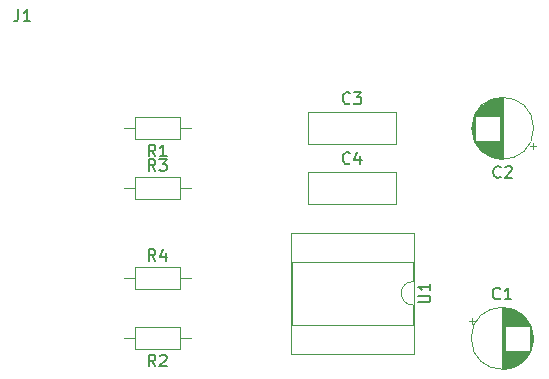
<source format=gbr>
G04 #@! TF.GenerationSoftware,KiCad,Pcbnew,5.1.5+dfsg1-2build2*
G04 #@! TF.CreationDate,2021-05-15T15:28:44-07:00*
G04 #@! TF.ProjectId,preamp-board-v5,70726561-6d70-42d6-926f-6172642d7635,rev?*
G04 #@! TF.SameCoordinates,Original*
G04 #@! TF.FileFunction,Legend,Top*
G04 #@! TF.FilePolarity,Positive*
%FSLAX46Y46*%
G04 Gerber Fmt 4.6, Leading zero omitted, Abs format (unit mm)*
G04 Created by KiCad (PCBNEW 5.1.5+dfsg1-2build2) date 2021-05-15 15:28:44*
%MOMM*%
%LPD*%
G04 APERTURE LIST*
%ADD10C,0.120000*%
%ADD11C,0.150000*%
G04 APERTURE END LIST*
D10*
X683320000Y640715000D02*
G75*
G03X683320000Y640715000I-2620000J0D01*
G01*
X680700000Y643295000D02*
X680700000Y638135000D01*
X680740000Y643295000D02*
X680740000Y638135000D01*
X680780000Y643294000D02*
X680780000Y638136000D01*
X680820000Y643293000D02*
X680820000Y638137000D01*
X680860000Y643291000D02*
X680860000Y638139000D01*
X680900000Y643288000D02*
X680900000Y638142000D01*
X680940000Y643284000D02*
X680940000Y641755000D01*
X680940000Y639675000D02*
X680940000Y638146000D01*
X680980000Y643280000D02*
X680980000Y641755000D01*
X680980000Y639675000D02*
X680980000Y638150000D01*
X681020000Y643276000D02*
X681020000Y641755000D01*
X681020000Y639675000D02*
X681020000Y638154000D01*
X681060000Y643271000D02*
X681060000Y641755000D01*
X681060000Y639675000D02*
X681060000Y638159000D01*
X681100000Y643265000D02*
X681100000Y641755000D01*
X681100000Y639675000D02*
X681100000Y638165000D01*
X681140000Y643258000D02*
X681140000Y641755000D01*
X681140000Y639675000D02*
X681140000Y638172000D01*
X681180000Y643251000D02*
X681180000Y641755000D01*
X681180000Y639675000D02*
X681180000Y638179000D01*
X681220000Y643243000D02*
X681220000Y641755000D01*
X681220000Y639675000D02*
X681220000Y638187000D01*
X681260000Y643235000D02*
X681260000Y641755000D01*
X681260000Y639675000D02*
X681260000Y638195000D01*
X681300000Y643226000D02*
X681300000Y641755000D01*
X681300000Y639675000D02*
X681300000Y638204000D01*
X681340000Y643216000D02*
X681340000Y641755000D01*
X681340000Y639675000D02*
X681340000Y638214000D01*
X681380000Y643206000D02*
X681380000Y641755000D01*
X681380000Y639675000D02*
X681380000Y638224000D01*
X681421000Y643195000D02*
X681421000Y641755000D01*
X681421000Y639675000D02*
X681421000Y638235000D01*
X681461000Y643183000D02*
X681461000Y641755000D01*
X681461000Y639675000D02*
X681461000Y638247000D01*
X681501000Y643170000D02*
X681501000Y641755000D01*
X681501000Y639675000D02*
X681501000Y638260000D01*
X681541000Y643157000D02*
X681541000Y641755000D01*
X681541000Y639675000D02*
X681541000Y638273000D01*
X681581000Y643143000D02*
X681581000Y641755000D01*
X681581000Y639675000D02*
X681581000Y638287000D01*
X681621000Y643129000D02*
X681621000Y641755000D01*
X681621000Y639675000D02*
X681621000Y638301000D01*
X681661000Y643113000D02*
X681661000Y641755000D01*
X681661000Y639675000D02*
X681661000Y638317000D01*
X681701000Y643097000D02*
X681701000Y641755000D01*
X681701000Y639675000D02*
X681701000Y638333000D01*
X681741000Y643080000D02*
X681741000Y641755000D01*
X681741000Y639675000D02*
X681741000Y638350000D01*
X681781000Y643063000D02*
X681781000Y641755000D01*
X681781000Y639675000D02*
X681781000Y638367000D01*
X681821000Y643044000D02*
X681821000Y641755000D01*
X681821000Y639675000D02*
X681821000Y638386000D01*
X681861000Y643025000D02*
X681861000Y641755000D01*
X681861000Y639675000D02*
X681861000Y638405000D01*
X681901000Y643005000D02*
X681901000Y641755000D01*
X681901000Y639675000D02*
X681901000Y638425000D01*
X681941000Y642983000D02*
X681941000Y641755000D01*
X681941000Y639675000D02*
X681941000Y638447000D01*
X681981000Y642962000D02*
X681981000Y641755000D01*
X681981000Y639675000D02*
X681981000Y638468000D01*
X682021000Y642939000D02*
X682021000Y641755000D01*
X682021000Y639675000D02*
X682021000Y638491000D01*
X682061000Y642915000D02*
X682061000Y641755000D01*
X682061000Y639675000D02*
X682061000Y638515000D01*
X682101000Y642890000D02*
X682101000Y641755000D01*
X682101000Y639675000D02*
X682101000Y638540000D01*
X682141000Y642864000D02*
X682141000Y641755000D01*
X682141000Y639675000D02*
X682141000Y638566000D01*
X682181000Y642837000D02*
X682181000Y641755000D01*
X682181000Y639675000D02*
X682181000Y638593000D01*
X682221000Y642810000D02*
X682221000Y641755000D01*
X682221000Y639675000D02*
X682221000Y638620000D01*
X682261000Y642780000D02*
X682261000Y641755000D01*
X682261000Y639675000D02*
X682261000Y638650000D01*
X682301000Y642750000D02*
X682301000Y641755000D01*
X682301000Y639675000D02*
X682301000Y638680000D01*
X682341000Y642719000D02*
X682341000Y641755000D01*
X682341000Y639675000D02*
X682341000Y638711000D01*
X682381000Y642686000D02*
X682381000Y641755000D01*
X682381000Y639675000D02*
X682381000Y638744000D01*
X682421000Y642652000D02*
X682421000Y641755000D01*
X682421000Y639675000D02*
X682421000Y638778000D01*
X682461000Y642616000D02*
X682461000Y641755000D01*
X682461000Y639675000D02*
X682461000Y638814000D01*
X682501000Y642579000D02*
X682501000Y641755000D01*
X682501000Y639675000D02*
X682501000Y638851000D01*
X682541000Y642541000D02*
X682541000Y641755000D01*
X682541000Y639675000D02*
X682541000Y638889000D01*
X682581000Y642500000D02*
X682581000Y641755000D01*
X682581000Y639675000D02*
X682581000Y638930000D01*
X682621000Y642458000D02*
X682621000Y641755000D01*
X682621000Y639675000D02*
X682621000Y638972000D01*
X682661000Y642414000D02*
X682661000Y641755000D01*
X682661000Y639675000D02*
X682661000Y639016000D01*
X682701000Y642368000D02*
X682701000Y641755000D01*
X682701000Y639675000D02*
X682701000Y639062000D01*
X682741000Y642320000D02*
X682741000Y641755000D01*
X682741000Y639675000D02*
X682741000Y639110000D01*
X682781000Y642269000D02*
X682781000Y641755000D01*
X682781000Y639675000D02*
X682781000Y639161000D01*
X682821000Y642215000D02*
X682821000Y641755000D01*
X682821000Y639675000D02*
X682821000Y639215000D01*
X682861000Y642158000D02*
X682861000Y641755000D01*
X682861000Y639675000D02*
X682861000Y639272000D01*
X682901000Y642098000D02*
X682901000Y641755000D01*
X682901000Y639675000D02*
X682901000Y639332000D01*
X682941000Y642034000D02*
X682941000Y641755000D01*
X682941000Y639675000D02*
X682941000Y639396000D01*
X682981000Y641966000D02*
X682981000Y641755000D01*
X682981000Y639675000D02*
X682981000Y639464000D01*
X683021000Y641893000D02*
X683021000Y639537000D01*
X683061000Y641813000D02*
X683061000Y639617000D01*
X683101000Y641726000D02*
X683101000Y639704000D01*
X683141000Y641630000D02*
X683141000Y639800000D01*
X683181000Y641520000D02*
X683181000Y639910000D01*
X683221000Y641392000D02*
X683221000Y640038000D01*
X683261000Y641233000D02*
X683261000Y640197000D01*
X683301000Y640999000D02*
X683301000Y640431000D01*
X677895225Y642190000D02*
X678395225Y642190000D01*
X678145225Y642440000D02*
X678145225Y641940000D01*
X683294775Y656770000D02*
X683294775Y657270000D01*
X683544775Y657020000D02*
X683044775Y657020000D01*
X678139000Y658211000D02*
X678139000Y658779000D01*
X678179000Y657977000D02*
X678179000Y659013000D01*
X678219000Y657818000D02*
X678219000Y659172000D01*
X678259000Y657690000D02*
X678259000Y659300000D01*
X678299000Y657580000D02*
X678299000Y659410000D01*
X678339000Y657484000D02*
X678339000Y659506000D01*
X678379000Y657397000D02*
X678379000Y659593000D01*
X678419000Y657317000D02*
X678419000Y659673000D01*
X678459000Y659535000D02*
X678459000Y659746000D01*
X678459000Y657244000D02*
X678459000Y657455000D01*
X678499000Y659535000D02*
X678499000Y659814000D01*
X678499000Y657176000D02*
X678499000Y657455000D01*
X678539000Y659535000D02*
X678539000Y659878000D01*
X678539000Y657112000D02*
X678539000Y657455000D01*
X678579000Y659535000D02*
X678579000Y659938000D01*
X678579000Y657052000D02*
X678579000Y657455000D01*
X678619000Y659535000D02*
X678619000Y659995000D01*
X678619000Y656995000D02*
X678619000Y657455000D01*
X678659000Y659535000D02*
X678659000Y660049000D01*
X678659000Y656941000D02*
X678659000Y657455000D01*
X678699000Y659535000D02*
X678699000Y660100000D01*
X678699000Y656890000D02*
X678699000Y657455000D01*
X678739000Y659535000D02*
X678739000Y660148000D01*
X678739000Y656842000D02*
X678739000Y657455000D01*
X678779000Y659535000D02*
X678779000Y660194000D01*
X678779000Y656796000D02*
X678779000Y657455000D01*
X678819000Y659535000D02*
X678819000Y660238000D01*
X678819000Y656752000D02*
X678819000Y657455000D01*
X678859000Y659535000D02*
X678859000Y660280000D01*
X678859000Y656710000D02*
X678859000Y657455000D01*
X678899000Y659535000D02*
X678899000Y660321000D01*
X678899000Y656669000D02*
X678899000Y657455000D01*
X678939000Y659535000D02*
X678939000Y660359000D01*
X678939000Y656631000D02*
X678939000Y657455000D01*
X678979000Y659535000D02*
X678979000Y660396000D01*
X678979000Y656594000D02*
X678979000Y657455000D01*
X679019000Y659535000D02*
X679019000Y660432000D01*
X679019000Y656558000D02*
X679019000Y657455000D01*
X679059000Y659535000D02*
X679059000Y660466000D01*
X679059000Y656524000D02*
X679059000Y657455000D01*
X679099000Y659535000D02*
X679099000Y660499000D01*
X679099000Y656491000D02*
X679099000Y657455000D01*
X679139000Y659535000D02*
X679139000Y660530000D01*
X679139000Y656460000D02*
X679139000Y657455000D01*
X679179000Y659535000D02*
X679179000Y660560000D01*
X679179000Y656430000D02*
X679179000Y657455000D01*
X679219000Y659535000D02*
X679219000Y660590000D01*
X679219000Y656400000D02*
X679219000Y657455000D01*
X679259000Y659535000D02*
X679259000Y660617000D01*
X679259000Y656373000D02*
X679259000Y657455000D01*
X679299000Y659535000D02*
X679299000Y660644000D01*
X679299000Y656346000D02*
X679299000Y657455000D01*
X679339000Y659535000D02*
X679339000Y660670000D01*
X679339000Y656320000D02*
X679339000Y657455000D01*
X679379000Y659535000D02*
X679379000Y660695000D01*
X679379000Y656295000D02*
X679379000Y657455000D01*
X679419000Y659535000D02*
X679419000Y660719000D01*
X679419000Y656271000D02*
X679419000Y657455000D01*
X679459000Y659535000D02*
X679459000Y660742000D01*
X679459000Y656248000D02*
X679459000Y657455000D01*
X679499000Y659535000D02*
X679499000Y660763000D01*
X679499000Y656227000D02*
X679499000Y657455000D01*
X679539000Y659535000D02*
X679539000Y660785000D01*
X679539000Y656205000D02*
X679539000Y657455000D01*
X679579000Y659535000D02*
X679579000Y660805000D01*
X679579000Y656185000D02*
X679579000Y657455000D01*
X679619000Y659535000D02*
X679619000Y660824000D01*
X679619000Y656166000D02*
X679619000Y657455000D01*
X679659000Y659535000D02*
X679659000Y660843000D01*
X679659000Y656147000D02*
X679659000Y657455000D01*
X679699000Y659535000D02*
X679699000Y660860000D01*
X679699000Y656130000D02*
X679699000Y657455000D01*
X679739000Y659535000D02*
X679739000Y660877000D01*
X679739000Y656113000D02*
X679739000Y657455000D01*
X679779000Y659535000D02*
X679779000Y660893000D01*
X679779000Y656097000D02*
X679779000Y657455000D01*
X679819000Y659535000D02*
X679819000Y660909000D01*
X679819000Y656081000D02*
X679819000Y657455000D01*
X679859000Y659535000D02*
X679859000Y660923000D01*
X679859000Y656067000D02*
X679859000Y657455000D01*
X679899000Y659535000D02*
X679899000Y660937000D01*
X679899000Y656053000D02*
X679899000Y657455000D01*
X679939000Y659535000D02*
X679939000Y660950000D01*
X679939000Y656040000D02*
X679939000Y657455000D01*
X679979000Y659535000D02*
X679979000Y660963000D01*
X679979000Y656027000D02*
X679979000Y657455000D01*
X680019000Y659535000D02*
X680019000Y660975000D01*
X680019000Y656015000D02*
X680019000Y657455000D01*
X680060000Y659535000D02*
X680060000Y660986000D01*
X680060000Y656004000D02*
X680060000Y657455000D01*
X680100000Y659535000D02*
X680100000Y660996000D01*
X680100000Y655994000D02*
X680100000Y657455000D01*
X680140000Y659535000D02*
X680140000Y661006000D01*
X680140000Y655984000D02*
X680140000Y657455000D01*
X680180000Y659535000D02*
X680180000Y661015000D01*
X680180000Y655975000D02*
X680180000Y657455000D01*
X680220000Y659535000D02*
X680220000Y661023000D01*
X680220000Y655967000D02*
X680220000Y657455000D01*
X680260000Y659535000D02*
X680260000Y661031000D01*
X680260000Y655959000D02*
X680260000Y657455000D01*
X680300000Y659535000D02*
X680300000Y661038000D01*
X680300000Y655952000D02*
X680300000Y657455000D01*
X680340000Y659535000D02*
X680340000Y661045000D01*
X680340000Y655945000D02*
X680340000Y657455000D01*
X680380000Y659535000D02*
X680380000Y661051000D01*
X680380000Y655939000D02*
X680380000Y657455000D01*
X680420000Y659535000D02*
X680420000Y661056000D01*
X680420000Y655934000D02*
X680420000Y657455000D01*
X680460000Y659535000D02*
X680460000Y661060000D01*
X680460000Y655930000D02*
X680460000Y657455000D01*
X680500000Y659535000D02*
X680500000Y661064000D01*
X680500000Y655926000D02*
X680500000Y657455000D01*
X680540000Y655922000D02*
X680540000Y661068000D01*
X680580000Y655919000D02*
X680580000Y661071000D01*
X680620000Y655917000D02*
X680620000Y661073000D01*
X680660000Y655916000D02*
X680660000Y661074000D01*
X680700000Y655915000D02*
X680700000Y661075000D01*
X680740000Y655915000D02*
X680740000Y661075000D01*
X683360000Y658495000D02*
G75*
G03X683360000Y658495000I-2620000J0D01*
G01*
X664260000Y659865000D02*
X671700000Y659865000D01*
X664260000Y657125000D02*
X671700000Y657125000D01*
X664260000Y659865000D02*
X664260000Y657125000D01*
X671700000Y659865000D02*
X671700000Y657125000D01*
X671700000Y654785000D02*
X671700000Y652045000D01*
X664260000Y654785000D02*
X664260000Y652045000D01*
X664260000Y652045000D02*
X671700000Y652045000D01*
X664260000Y654785000D02*
X671700000Y654785000D01*
X648640000Y658495000D02*
X649590000Y658495000D01*
X654380000Y658495000D02*
X653430000Y658495000D01*
X649590000Y657575000D02*
X653430000Y657575000D01*
X649590000Y659415000D02*
X649590000Y657575000D01*
X653430000Y659415000D02*
X649590000Y659415000D01*
X653430000Y657575000D02*
X653430000Y659415000D01*
X653430000Y639795000D02*
X653430000Y641635000D01*
X653430000Y641635000D02*
X649590000Y641635000D01*
X649590000Y641635000D02*
X649590000Y639795000D01*
X649590000Y639795000D02*
X653430000Y639795000D01*
X654380000Y640715000D02*
X653430000Y640715000D01*
X648640000Y640715000D02*
X649590000Y640715000D01*
X649590000Y654335000D02*
X649590000Y652495000D01*
X649590000Y652495000D02*
X653430000Y652495000D01*
X653430000Y652495000D02*
X653430000Y654335000D01*
X653430000Y654335000D02*
X649590000Y654335000D01*
X648640000Y653415000D02*
X649590000Y653415000D01*
X654380000Y653415000D02*
X653430000Y653415000D01*
X654380000Y645795000D02*
X653430000Y645795000D01*
X648640000Y645795000D02*
X649590000Y645795000D01*
X653430000Y646715000D02*
X649590000Y646715000D01*
X653430000Y644875000D02*
X653430000Y646715000D01*
X649590000Y644875000D02*
X653430000Y644875000D01*
X649590000Y646715000D02*
X649590000Y644875000D01*
X673160000Y643525000D02*
G75*
G02X673160000Y645525000I0J1000000D01*
G01*
X673160000Y645525000D02*
X673160000Y647175000D01*
X673160000Y647175000D02*
X662880000Y647175000D01*
X662880000Y647175000D02*
X662880000Y641875000D01*
X662880000Y641875000D02*
X673160000Y641875000D01*
X673160000Y641875000D02*
X673160000Y643525000D01*
X673220000Y649665000D02*
X662820000Y649665000D01*
X662820000Y649665000D02*
X662820000Y639385000D01*
X662820000Y639385000D02*
X673220000Y639385000D01*
X673220000Y639385000D02*
X673220000Y649665000D01*
D11*
X680533333Y644107857D02*
X680485714Y644060238D01*
X680342857Y644012619D01*
X680247619Y644012619D01*
X680104761Y644060238D01*
X680009523Y644155476D01*
X679961904Y644250714D01*
X679914285Y644441190D01*
X679914285Y644584047D01*
X679961904Y644774523D01*
X680009523Y644869761D01*
X680104761Y644965000D01*
X680247619Y645012619D01*
X680342857Y645012619D01*
X680485714Y644965000D01*
X680533333Y644917380D01*
X681485714Y644012619D02*
X680914285Y644012619D01*
X681200000Y644012619D02*
X681200000Y645012619D01*
X681104761Y644869761D01*
X681009523Y644774523D01*
X680914285Y644726904D01*
X680573333Y654387857D02*
X680525714Y654340238D01*
X680382857Y654292619D01*
X680287619Y654292619D01*
X680144761Y654340238D01*
X680049523Y654435476D01*
X680001904Y654530714D01*
X679954285Y654721190D01*
X679954285Y654864047D01*
X680001904Y655054523D01*
X680049523Y655149761D01*
X680144761Y655245000D01*
X680287619Y655292619D01*
X680382857Y655292619D01*
X680525714Y655245000D01*
X680573333Y655197380D01*
X680954285Y655197380D02*
X681001904Y655245000D01*
X681097142Y655292619D01*
X681335238Y655292619D01*
X681430476Y655245000D01*
X681478095Y655197380D01*
X681525714Y655102142D01*
X681525714Y655006904D01*
X681478095Y654864047D01*
X680906666Y654292619D01*
X681525714Y654292619D01*
X667813333Y660637857D02*
X667765714Y660590238D01*
X667622857Y660542619D01*
X667527619Y660542619D01*
X667384761Y660590238D01*
X667289523Y660685476D01*
X667241904Y660780714D01*
X667194285Y660971190D01*
X667194285Y661114047D01*
X667241904Y661304523D01*
X667289523Y661399761D01*
X667384761Y661495000D01*
X667527619Y661542619D01*
X667622857Y661542619D01*
X667765714Y661495000D01*
X667813333Y661447380D01*
X668146666Y661542619D02*
X668765714Y661542619D01*
X668432380Y661161666D01*
X668575238Y661161666D01*
X668670476Y661114047D01*
X668718095Y661066428D01*
X668765714Y660971190D01*
X668765714Y660733095D01*
X668718095Y660637857D01*
X668670476Y660590238D01*
X668575238Y660542619D01*
X668289523Y660542619D01*
X668194285Y660590238D01*
X668146666Y660637857D01*
X667813333Y655557857D02*
X667765714Y655510238D01*
X667622857Y655462619D01*
X667527619Y655462619D01*
X667384761Y655510238D01*
X667289523Y655605476D01*
X667241904Y655700714D01*
X667194285Y655891190D01*
X667194285Y656034047D01*
X667241904Y656224523D01*
X667289523Y656319761D01*
X667384761Y656415000D01*
X667527619Y656462619D01*
X667622857Y656462619D01*
X667765714Y656415000D01*
X667813333Y656367380D01*
X668670476Y656129285D02*
X668670476Y655462619D01*
X668432380Y656510238D02*
X668194285Y655795952D01*
X668813333Y655795952D01*
X639746666Y668567619D02*
X639746666Y667853333D01*
X639699047Y667710476D01*
X639603809Y667615238D01*
X639460952Y667567619D01*
X639365714Y667567619D01*
X640746666Y667567619D02*
X640175238Y667567619D01*
X640460952Y667567619D02*
X640460952Y668567619D01*
X640365714Y668424761D01*
X640270476Y668329523D01*
X640175238Y668281904D01*
X651343333Y656122619D02*
X651010000Y656598809D01*
X650771904Y656122619D02*
X650771904Y657122619D01*
X651152857Y657122619D01*
X651248095Y657075000D01*
X651295714Y657027380D01*
X651343333Y656932142D01*
X651343333Y656789285D01*
X651295714Y656694047D01*
X651248095Y656646428D01*
X651152857Y656598809D01*
X650771904Y656598809D01*
X652295714Y656122619D02*
X651724285Y656122619D01*
X652010000Y656122619D02*
X652010000Y657122619D01*
X651914761Y656979761D01*
X651819523Y656884523D01*
X651724285Y656836904D01*
X651343333Y638342619D02*
X651010000Y638818809D01*
X650771904Y638342619D02*
X650771904Y639342619D01*
X651152857Y639342619D01*
X651248095Y639295000D01*
X651295714Y639247380D01*
X651343333Y639152142D01*
X651343333Y639009285D01*
X651295714Y638914047D01*
X651248095Y638866428D01*
X651152857Y638818809D01*
X650771904Y638818809D01*
X651724285Y639247380D02*
X651771904Y639295000D01*
X651867142Y639342619D01*
X652105238Y639342619D01*
X652200476Y639295000D01*
X652248095Y639247380D01*
X652295714Y639152142D01*
X652295714Y639056904D01*
X652248095Y638914047D01*
X651676666Y638342619D01*
X652295714Y638342619D01*
X651343333Y654882619D02*
X651010000Y655358809D01*
X650771904Y654882619D02*
X650771904Y655882619D01*
X651152857Y655882619D01*
X651248095Y655835000D01*
X651295714Y655787380D01*
X651343333Y655692142D01*
X651343333Y655549285D01*
X651295714Y655454047D01*
X651248095Y655406428D01*
X651152857Y655358809D01*
X650771904Y655358809D01*
X651676666Y655882619D02*
X652295714Y655882619D01*
X651962380Y655501666D01*
X652105238Y655501666D01*
X652200476Y655454047D01*
X652248095Y655406428D01*
X652295714Y655311190D01*
X652295714Y655073095D01*
X652248095Y654977857D01*
X652200476Y654930238D01*
X652105238Y654882619D01*
X651819523Y654882619D01*
X651724285Y654930238D01*
X651676666Y654977857D01*
X651343333Y647262619D02*
X651010000Y647738809D01*
X650771904Y647262619D02*
X650771904Y648262619D01*
X651152857Y648262619D01*
X651248095Y648215000D01*
X651295714Y648167380D01*
X651343333Y648072142D01*
X651343333Y647929285D01*
X651295714Y647834047D01*
X651248095Y647786428D01*
X651152857Y647738809D01*
X650771904Y647738809D01*
X652200476Y647929285D02*
X652200476Y647262619D01*
X651962380Y648310238D02*
X651724285Y647595952D01*
X652343333Y647595952D01*
X673612380Y643763095D02*
X674421904Y643763095D01*
X674517142Y643810714D01*
X674564761Y643858333D01*
X674612380Y643953571D01*
X674612380Y644144047D01*
X674564761Y644239285D01*
X674517142Y644286904D01*
X674421904Y644334523D01*
X673612380Y644334523D01*
X674612380Y645334523D02*
X674612380Y644763095D01*
X674612380Y645048809D02*
X673612380Y645048809D01*
X673755238Y644953571D01*
X673850476Y644858333D01*
X673898095Y644763095D01*
M02*

</source>
